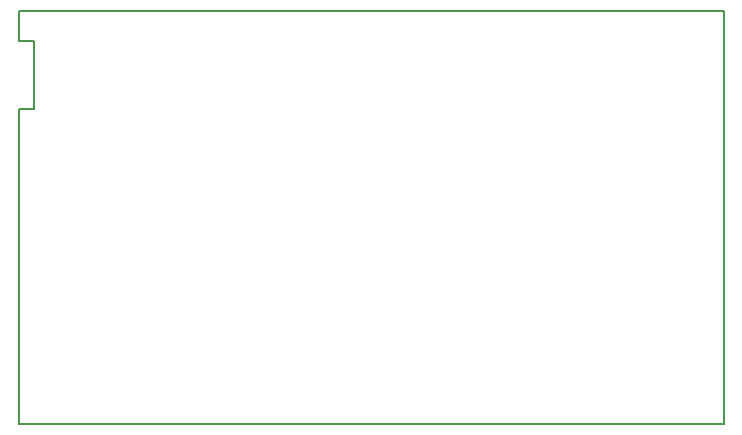
<source format=gm1>
G04 #@! TF.FileFunction,Profile,NP*
%FSLAX46Y46*%
G04 Gerber Fmt 4.6, Leading zero omitted, Abs format (unit mm)*
G04 Created by KiCad (PCBNEW 4.0.7-e1-6374~58~ubuntu16.04.1) date Wed Aug  2 10:41:50 2017*
%MOMM*%
%LPD*%
G01*
G04 APERTURE LIST*
%ADD10C,0.100000*%
%ADD11C,0.150000*%
G04 APERTURE END LIST*
D10*
D11*
X108585000Y-118110000D02*
X108585000Y-144780000D01*
X109855000Y-118110000D02*
X108585000Y-118110000D01*
X109855000Y-112395000D02*
X109855000Y-118110000D01*
X108585000Y-112395000D02*
X109855000Y-112395000D01*
X108585000Y-109855000D02*
X108585000Y-112395000D01*
X168275000Y-109855000D02*
X108585000Y-109855000D01*
X168275000Y-144780000D02*
X168275000Y-109855000D01*
X108585000Y-144780000D02*
X168275000Y-144780000D01*
M02*

</source>
